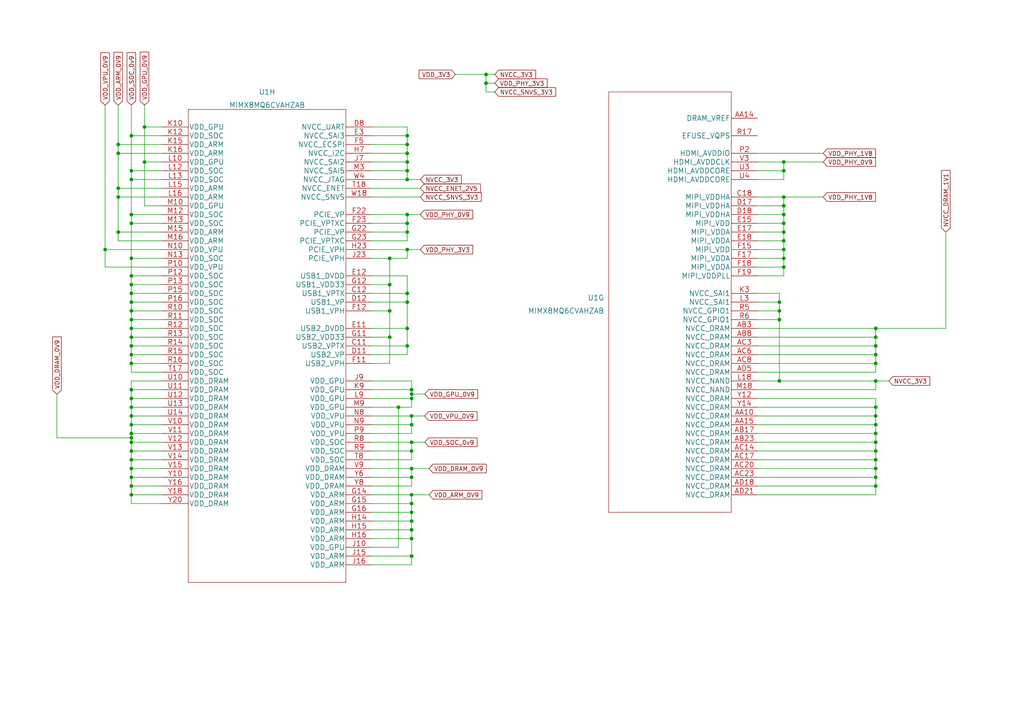
<source format=kicad_sch>
(kicad_sch (version 20230121) (generator eeschema)
  (paper "A4")
  (junction (at 38.1 140.97))
  (junction (at 34.29 57.15))
  (junction (at 38.1 127))
  (junction (at 113.03 82.55))
  (junction (at 38.1 95.25))
  (junction (at 226.06 90.17))
  (junction (at 119.38 151.13))
  (junction (at 38.1 120.65))
  (junction (at 118.11 67.31))
  (junction (at 119.38 113.03))
  (junction (at 38.1 80.01))
  (junction (at 119.38 156.21))
  (junction (at 119.38 120.65))
  (junction (at 119.38 115.57))
  (junction (at 118.11 46.99))
  (junction (at 38.1 92.71))
  (junction (at 118.11 52.07))
  (junction (at 38.1 90.17))
  (junction (at 254 123.19))
  (junction (at 115.57 118.11))
  (junction (at 254 120.65))
  (junction (at 113.03 74.93))
  (junction (at 119.38 146.05))
  (junction (at 30.48 72.39))
  (junction (at 34.29 41.91))
  (junction (at 38.1 64.77))
  (junction (at 254 135.89))
  (junction (at 38.1 130.81))
  (junction (at 119.38 161.29))
  (junction (at 227.33 62.23))
  (junction (at 41.91 46.99))
  (junction (at 38.1 85.09))
  (junction (at 38.1 52.07))
  (junction (at 254 118.11))
  (junction (at 118.11 85.09))
  (junction (at 38.1 39.37))
  (junction (at 118.11 62.23))
  (junction (at 113.03 90.17))
  (junction (at 254 140.97))
  (junction (at 226.06 110.49))
  (junction (at 119.38 123.19))
  (junction (at 227.33 59.69))
  (junction (at 254 105.41))
  (junction (at 38.1 100.33))
  (junction (at 227.33 72.39))
  (junction (at 38.1 115.57))
  (junction (at 254 125.73))
  (junction (at 113.03 97.79))
  (junction (at 118.11 95.25))
  (junction (at 254 130.81))
  (junction (at 119.38 148.59))
  (junction (at 34.29 67.31))
  (junction (at 226.06 92.71))
  (junction (at 118.11 39.37))
  (junction (at 38.1 97.79))
  (junction (at 140.97 24.13))
  (junction (at 118.11 41.91))
  (junction (at 227.33 46.99))
  (junction (at 119.38 143.51))
  (junction (at 227.33 67.31))
  (junction (at 38.1 135.89))
  (junction (at 119.38 138.43))
  (junction (at 119.38 130.81))
  (junction (at 118.11 72.39))
  (junction (at 226.06 87.63))
  (junction (at 38.1 138.43))
  (junction (at 38.1 118.11))
  (junction (at 38.1 143.51))
  (junction (at 254 138.43))
  (junction (at 38.1 62.23))
  (junction (at 38.1 123.19))
  (junction (at 227.33 69.85))
  (junction (at 254 100.33))
  (junction (at 38.1 133.35))
  (junction (at 119.38 114.3))
  (junction (at 254 95.25))
  (junction (at 119.38 135.89))
  (junction (at 227.33 57.15))
  (junction (at 118.11 49.53))
  (junction (at 41.91 36.83))
  (junction (at 118.11 100.33))
  (junction (at 227.33 77.47))
  (junction (at 38.1 113.03))
  (junction (at 38.1 87.63))
  (junction (at 119.38 153.67))
  (junction (at 38.1 128.27))
  (junction (at 227.33 74.93))
  (junction (at 38.1 102.87))
  (junction (at 254 110.49))
  (junction (at 118.11 64.77))
  (junction (at 34.29 54.61))
  (junction (at 254 102.87))
  (junction (at 227.33 49.53))
  (junction (at 118.11 87.63))
  (junction (at 38.1 49.53))
  (junction (at 254 128.27))
  (junction (at 38.1 125.73))
  (junction (at 140.97 21.59))
  (junction (at 38.1 105.41))
  (junction (at 34.29 44.45))
  (junction (at 254 133.35))
  (junction (at 227.33 64.77))
  (junction (at 38.1 82.55))
  (junction (at 38.1 74.93))
  (junction (at 118.11 44.45))
  (junction (at 254 97.79))
  (junction (at 119.38 128.27))
  (wire (pts (xy 219.71 64.77) (xy 227.33 64.77)))
  (wire (pts (xy 41.91 36.83) (xy 41.91 46.99)))
  (wire (pts (xy 46.99 115.57) (xy 38.1 115.57)))
  (wire (pts (xy 38.1 102.87) (xy 38.1 105.41)))
  (wire (pts (xy 107.95 62.23) (xy 118.11 62.23)))
  (wire (pts (xy 46.99 138.43) (xy 38.1 138.43)))
  (wire (pts (xy 119.38 120.65) (xy 123.19 120.65)))
  (wire (pts (xy 38.1 82.55) (xy 38.1 85.09)))
  (wire (pts (xy 107.95 158.75) (xy 115.57 158.75)))
  (wire (pts (xy 227.33 46.99) (xy 227.33 49.53)))
  (wire (pts (xy 16.51 127) (xy 38.1 127)))
  (wire (pts (xy 46.99 77.47) (xy 30.48 77.47)))
  (wire (pts (xy 38.1 80.01) (xy 38.1 82.55)))
  (wire (pts (xy 118.11 72.39) (xy 118.11 74.93)))
  (wire (pts (xy 254 110.49) (xy 226.06 110.49)))
  (wire (pts (xy 38.1 39.37) (xy 46.99 39.37)))
  (wire (pts (xy 219.71 62.23) (xy 227.33 62.23)))
  (wire (pts (xy 41.91 46.99) (xy 41.91 59.69)))
  (wire (pts (xy 140.97 24.13) (xy 140.97 26.67)))
  (wire (pts (xy 254 105.41) (xy 219.71 105.41)))
  (wire (pts (xy 226.06 87.63) (xy 226.06 90.17)))
  (wire (pts (xy 46.99 41.91) (xy 34.29 41.91)))
  (wire (pts (xy 254 115.57) (xy 219.71 115.57)))
  (wire (pts (xy 227.33 62.23) (xy 227.33 64.77)))
  (wire (pts (xy 219.71 90.17) (xy 226.06 90.17)))
  (wire (pts (xy 46.99 87.63) (xy 38.1 87.63)))
  (wire (pts (xy 219.71 57.15) (xy 227.33 57.15)))
  (wire (pts (xy 113.03 74.93) (xy 107.95 74.93)))
  (wire (pts (xy 38.1 62.23) (xy 38.1 64.77)))
  (wire (pts (xy 34.29 44.45) (xy 34.29 54.61)))
  (wire (pts (xy 38.1 90.17) (xy 38.1 92.71)))
  (wire (pts (xy 113.03 90.17) (xy 113.03 97.79)))
  (wire (pts (xy 219.71 49.53) (xy 227.33 49.53)))
  (wire (pts (xy 107.95 54.61) (xy 121.92 54.61)))
  (wire (pts (xy 119.38 128.27) (xy 123.19 128.27)))
  (wire (pts (xy 119.38 163.83) (xy 107.95 163.83)))
  (wire (pts (xy 227.33 72.39) (xy 227.33 74.93)))
  (wire (pts (xy 118.11 46.99) (xy 118.11 49.53)))
  (wire (pts (xy 118.11 69.85) (xy 118.11 67.31)))
  (wire (pts (xy 46.99 120.65) (xy 38.1 120.65)))
  (wire (pts (xy 46.99 123.19) (xy 38.1 123.19)))
  (wire (pts (xy 140.97 26.67) (xy 143.51 26.67)))
  (wire (pts (xy 107.95 87.63) (xy 118.11 87.63)))
  (wire (pts (xy 46.99 125.73) (xy 38.1 125.73)))
  (wire (pts (xy 219.71 92.71) (xy 226.06 92.71)))
  (wire (pts (xy 107.95 100.33) (xy 118.11 100.33)))
  (wire (pts (xy 119.38 113.03) (xy 119.38 110.49)))
  (wire (pts (xy 226.06 92.71) (xy 226.06 110.49)))
  (wire (pts (xy 107.95 120.65) (xy 119.38 120.65)))
  (wire (pts (xy 254 113.03) (xy 219.71 113.03)))
  (wire (pts (xy 107.95 82.55) (xy 113.03 82.55)))
  (wire (pts (xy 118.11 87.63) (xy 118.11 95.25)))
  (wire (pts (xy 118.11 62.23) (xy 121.92 62.23)))
  (wire (pts (xy 46.99 57.15) (xy 34.29 57.15)))
  (wire (pts (xy 46.99 64.77) (xy 38.1 64.77)))
  (wire (pts (xy 219.71 87.63) (xy 226.06 87.63)))
  (wire (pts (xy 46.99 133.35) (xy 38.1 133.35)))
  (wire (pts (xy 46.99 118.11) (xy 38.1 118.11)))
  (wire (pts (xy 254 115.57) (xy 254 118.11)))
  (wire (pts (xy 119.38 114.3) (xy 123.19 114.3)))
  (wire (pts (xy 46.99 44.45) (xy 34.29 44.45)))
  (wire (pts (xy 38.1 87.63) (xy 38.1 90.17)))
  (wire (pts (xy 118.11 72.39) (xy 121.92 72.39)))
  (wire (pts (xy 254 118.11) (xy 254 120.65)))
  (wire (pts (xy 38.1 85.09) (xy 38.1 87.63)))
  (wire (pts (xy 38.1 128.27) (xy 38.1 130.81)))
  (wire (pts (xy 113.03 74.93) (xy 113.03 82.55)))
  (wire (pts (xy 254 130.81) (xy 254 133.35)))
  (wire (pts (xy 254 110.49) (xy 254 113.03)))
  (wire (pts (xy 254 102.87) (xy 219.71 102.87)))
  (wire (pts (xy 107.95 67.31) (xy 118.11 67.31)))
  (wire (pts (xy 46.99 69.85) (xy 34.29 69.85)))
  (wire (pts (xy 119.38 148.59) (xy 119.38 151.13)))
  (wire (pts (xy 254 128.27) (xy 254 130.81)))
  (wire (pts (xy 118.11 44.45) (xy 118.11 46.99)))
  (wire (pts (xy 226.06 85.09) (xy 226.06 87.63)))
  (wire (pts (xy 118.11 74.93) (xy 113.03 74.93)))
  (wire (pts (xy 254 138.43) (xy 219.71 138.43)))
  (wire (pts (xy 34.29 67.31) (xy 34.29 69.85)))
  (wire (pts (xy 107.95 105.41) (xy 113.03 105.41)))
  (wire (pts (xy 143.51 24.13) (xy 140.97 24.13)))
  (wire (pts (xy 107.95 57.15) (xy 121.92 57.15)))
  (wire (pts (xy 119.38 135.89) (xy 119.38 138.43)))
  (wire (pts (xy 46.99 59.69) (xy 41.91 59.69)))
  (wire (pts (xy 254 105.41) (xy 254 107.95)))
  (wire (pts (xy 219.71 69.85) (xy 227.33 69.85)))
  (wire (pts (xy 38.1 80.01) (xy 46.99 80.01)))
  (wire (pts (xy 46.99 74.93) (xy 38.1 74.93)))
  (wire (pts (xy 219.71 95.25) (xy 254 95.25)))
  (wire (pts (xy 107.95 90.17) (xy 113.03 90.17)))
  (wire (pts (xy 274.32 95.25) (xy 254 95.25)))
  (wire (pts (xy 227.33 59.69) (xy 227.33 62.23)))
  (wire (pts (xy 119.38 125.73) (xy 107.95 125.73)))
  (wire (pts (xy 107.95 80.01) (xy 118.11 80.01)))
  (wire (pts (xy 46.99 97.79) (xy 38.1 97.79)))
  (wire (pts (xy 38.1 115.57) (xy 38.1 118.11)))
  (wire (pts (xy 113.03 105.41) (xy 113.03 97.79)))
  (wire (pts (xy 227.33 69.85) (xy 227.33 72.39)))
  (wire (pts (xy 254 138.43) (xy 254 140.97)))
  (wire (pts (xy 227.33 67.31) (xy 227.33 69.85)))
  (wire (pts (xy 38.1 143.51) (xy 38.1 146.05)))
  (wire (pts (xy 38.1 125.73) (xy 38.1 127)))
  (wire (pts (xy 30.48 77.47) (xy 30.48 72.39)))
  (wire (pts (xy 38.1 52.07) (xy 38.1 62.23)))
  (wire (pts (xy 254 97.79) (xy 254 100.33)))
  (wire (pts (xy 254 125.73) (xy 254 128.27)))
  (wire (pts (xy 254 120.65) (xy 254 123.19)))
  (wire (pts (xy 107.95 36.83) (xy 118.11 36.83)))
  (wire (pts (xy 132.08 21.59) (xy 140.97 21.59)))
  (wire (pts (xy 46.99 92.71) (xy 38.1 92.71)))
  (wire (pts (xy 254 128.27) (xy 219.71 128.27)))
  (wire (pts (xy 254 102.87) (xy 254 105.41)))
  (wire (pts (xy 107.95 49.53) (xy 118.11 49.53)))
  (wire (pts (xy 16.51 114.3) (xy 16.51 127)))
  (wire (pts (xy 107.95 140.97) (xy 119.38 140.97)))
  (wire (pts (xy 107.95 64.77) (xy 118.11 64.77)))
  (wire (pts (xy 46.99 107.95) (xy 38.1 107.95)))
  (wire (pts (xy 34.29 41.91) (xy 34.29 44.45)))
  (wire (pts (xy 119.38 161.29) (xy 119.38 163.83)))
  (wire (pts (xy 119.38 123.19) (xy 119.38 125.73)))
  (wire (pts (xy 254 123.19) (xy 254 125.73)))
  (wire (pts (xy 107.95 161.29) (xy 119.38 161.29)))
  (wire (pts (xy 118.11 39.37) (xy 118.11 41.91)))
  (wire (pts (xy 38.1 110.49) (xy 38.1 113.03)))
  (wire (pts (xy 227.33 64.77) (xy 227.33 67.31)))
  (wire (pts (xy 254 133.35) (xy 254 135.89)))
  (wire (pts (xy 46.99 54.61) (xy 34.29 54.61)))
  (wire (pts (xy 38.1 140.97) (xy 38.1 143.51)))
  (wire (pts (xy 118.11 80.01) (xy 118.11 85.09)))
  (wire (pts (xy 115.57 158.75) (xy 115.57 118.11)))
  (wire (pts (xy 107.95 97.79) (xy 113.03 97.79)))
  (wire (pts (xy 227.33 77.47) (xy 227.33 80.01)))
  (wire (pts (xy 38.1 120.65) (xy 38.1 123.19)))
  (wire (pts (xy 38.1 30.48) (xy 38.1 39.37)))
  (wire (pts (xy 254 97.79) (xy 219.71 97.79)))
  (wire (pts (xy 107.95 128.27) (xy 119.38 128.27)))
  (wire (pts (xy 254 135.89) (xy 219.71 135.89)))
  (wire (pts (xy 119.38 120.65) (xy 119.38 123.19)))
  (wire (pts (xy 38.1 118.11) (xy 38.1 120.65)))
  (wire (pts (xy 107.95 148.59) (xy 119.38 148.59)))
  (wire (pts (xy 115.57 118.11) (xy 119.38 118.11)))
  (wire (pts (xy 119.38 138.43) (xy 119.38 140.97)))
  (wire (pts (xy 46.99 105.41) (xy 38.1 105.41)))
  (wire (pts (xy 254 107.95) (xy 219.71 107.95)))
  (wire (pts (xy 118.11 49.53) (xy 118.11 52.07)))
  (wire (pts (xy 219.71 77.47) (xy 227.33 77.47)))
  (wire (pts (xy 107.95 146.05) (xy 119.38 146.05)))
  (wire (pts (xy 118.11 102.87) (xy 118.11 100.33)))
  (wire (pts (xy 219.71 67.31) (xy 227.33 67.31)))
  (wire (pts (xy 46.99 110.49) (xy 38.1 110.49)))
  (wire (pts (xy 46.99 72.39) (xy 30.48 72.39)))
  (wire (pts (xy 46.99 140.97) (xy 38.1 140.97)))
  (wire (pts (xy 140.97 24.13) (xy 140.97 21.59)))
  (wire (pts (xy 107.95 46.99) (xy 118.11 46.99)))
  (wire (pts (xy 254 110.49) (xy 257.81 110.49)))
  (wire (pts (xy 107.95 151.13) (xy 119.38 151.13)))
  (wire (pts (xy 30.48 30.48) (xy 30.48 72.39)))
  (wire (pts (xy 107.95 156.21) (xy 119.38 156.21)))
  (wire (pts (xy 38.1 97.79) (xy 38.1 100.33)))
  (wire (pts (xy 254 120.65) (xy 219.71 120.65)))
  (wire (pts (xy 219.71 74.93) (xy 227.33 74.93)))
  (wire (pts (xy 38.1 135.89) (xy 38.1 138.43)))
  (wire (pts (xy 254 125.73) (xy 219.71 125.73)))
  (wire (pts (xy 107.95 39.37) (xy 118.11 39.37)))
  (wire (pts (xy 254 140.97) (xy 219.71 140.97)))
  (wire (pts (xy 254 100.33) (xy 254 102.87)))
  (wire (pts (xy 227.33 52.07) (xy 219.71 52.07)))
  (wire (pts (xy 107.95 143.51) (xy 119.38 143.51)))
  (wire (pts (xy 34.29 54.61) (xy 34.29 57.15)))
  (wire (pts (xy 219.71 85.09) (xy 226.06 85.09)))
  (wire (pts (xy 107.95 95.25) (xy 118.11 95.25)))
  (wire (pts (xy 46.99 62.23) (xy 38.1 62.23)))
  (wire (pts (xy 119.38 146.05) (xy 119.38 148.59)))
  (wire (pts (xy 107.95 118.11) (xy 115.57 118.11)))
  (wire (pts (xy 46.99 67.31) (xy 34.29 67.31)))
  (wire (pts (xy 274.32 67.31) (xy 274.32 95.25)))
  (wire (pts (xy 119.38 110.49) (xy 107.95 110.49)))
  (wire (pts (xy 38.1 127) (xy 38.1 128.27)))
  (wire (pts (xy 254 118.11) (xy 219.71 118.11)))
  (wire (pts (xy 119.38 135.89) (xy 124.46 135.89)))
  (wire (pts (xy 254 135.89) (xy 254 138.43)))
  (wire (pts (xy 119.38 114.3) (xy 119.38 113.03)))
  (wire (pts (xy 46.99 85.09) (xy 38.1 85.09)))
  (wire (pts (xy 254 100.33) (xy 219.71 100.33)))
  (wire (pts (xy 46.99 143.51) (xy 38.1 143.51)))
  (wire (pts (xy 227.33 46.99) (xy 238.76 46.99)))
  (wire (pts (xy 118.11 67.31) (xy 118.11 64.77)))
  (wire (pts (xy 46.99 90.17) (xy 38.1 90.17)))
  (wire (pts (xy 227.33 74.93) (xy 227.33 77.47)))
  (wire (pts (xy 107.95 153.67) (xy 119.38 153.67)))
  (wire (pts (xy 254 95.25) (xy 254 97.79)))
  (wire (pts (xy 38.1 95.25) (xy 38.1 97.79)))
  (wire (pts (xy 46.99 100.33) (xy 38.1 100.33)))
  (wire (pts (xy 46.99 49.53) (xy 38.1 49.53)))
  (wire (pts (xy 107.95 85.09) (xy 118.11 85.09)))
  (wire (pts (xy 38.1 130.81) (xy 38.1 133.35)))
  (wire (pts (xy 119.38 133.35) (xy 107.95 133.35)))
  (wire (pts (xy 38.1 105.41) (xy 38.1 107.95)))
  (wire (pts (xy 254 123.19) (xy 219.71 123.19)))
  (wire (pts (xy 41.91 30.48) (xy 41.91 36.83)))
  (wire (pts (xy 107.95 52.07) (xy 118.11 52.07)))
  (wire (pts (xy 107.95 72.39) (xy 118.11 72.39)))
  (wire (pts (xy 107.95 130.81) (xy 119.38 130.81)))
  (wire (pts (xy 254 140.97) (xy 254 143.51)))
  (wire (pts (xy 119.38 156.21) (xy 119.38 161.29)))
  (wire (pts (xy 34.29 30.48) (xy 34.29 41.91)))
  (wire (pts (xy 107.95 41.91) (xy 118.11 41.91)))
  (wire (pts (xy 38.1 146.05) (xy 46.99 146.05)))
  (wire (pts (xy 38.1 64.77) (xy 38.1 74.93)))
  (wire (pts (xy 107.95 138.43) (xy 119.38 138.43)))
  (wire (pts (xy 254 133.35) (xy 219.71 133.35)))
  (wire (pts (xy 219.71 44.45) (xy 238.76 44.45)))
  (wire (pts (xy 107.95 123.19) (xy 119.38 123.19)))
  (wire (pts (xy 107.95 135.89) (xy 119.38 135.89)))
  (wire (pts (xy 140.97 21.59) (xy 143.51 21.59)))
  (wire (pts (xy 38.1 113.03) (xy 38.1 115.57)))
  (wire (pts (xy 118.11 85.09) (xy 118.11 87.63)))
  (wire (pts (xy 226.06 110.49) (xy 219.71 110.49)))
  (wire (pts (xy 107.95 69.85) (xy 118.11 69.85)))
  (wire (pts (xy 107.95 113.03) (xy 119.38 113.03)))
  (wire (pts (xy 227.33 57.15) (xy 238.76 57.15)))
  (wire (pts (xy 38.1 92.71) (xy 38.1 95.25)))
  (wire (pts (xy 38.1 49.53) (xy 38.1 52.07)))
  (wire (pts (xy 107.95 102.87) (xy 118.11 102.87)))
  (wire (pts (xy 46.99 113.03) (xy 38.1 113.03)))
  (wire (pts (xy 227.33 49.53) (xy 227.33 52.07)))
  (wire (pts (xy 119.38 153.67) (xy 119.38 156.21)))
  (wire (pts (xy 46.99 36.83) (xy 41.91 36.83)))
  (wire (pts (xy 119.38 143.51) (xy 119.38 146.05)))
  (wire (pts (xy 119.38 130.81) (xy 119.38 133.35)))
  (wire (pts (xy 46.99 82.55) (xy 38.1 82.55)))
  (wire (pts (xy 46.99 128.27) (xy 38.1 128.27)))
  (wire (pts (xy 113.03 82.55) (xy 113.03 90.17)))
  (wire (pts (xy 38.1 39.37) (xy 38.1 49.53)))
  (wire (pts (xy 119.38 118.11) (xy 119.38 115.57)))
  (wire (pts (xy 46.99 52.07) (xy 38.1 52.07)))
  (wire (pts (xy 254 130.81) (xy 219.71 130.81)))
  (wire (pts (xy 254 143.51) (xy 219.71 143.51)))
  (wire (pts (xy 119.38 128.27) (xy 119.38 130.81)))
  (wire (pts (xy 46.99 130.81) (xy 38.1 130.81)))
  (wire (pts (xy 226.06 90.17) (xy 226.06 92.71)))
  (wire (pts (xy 119.38 115.57) (xy 119.38 114.3)))
  (wire (pts (xy 34.29 57.15) (xy 34.29 67.31)))
  (wire (pts (xy 38.1 74.93) (xy 38.1 80.01)))
  (wire (pts (xy 119.38 151.13) (xy 119.38 153.67)))
  (wire (pts (xy 118.11 41.91) (xy 118.11 44.45)))
  (wire (pts (xy 118.11 100.33) (xy 118.11 95.25)))
  (wire (pts (xy 219.71 59.69) (xy 227.33 59.69)))
  (wire (pts (xy 227.33 80.01) (xy 219.71 80.01)))
  (wire (pts (xy 38.1 100.33) (xy 38.1 102.87)))
  (wire (pts (xy 219.71 46.99) (xy 227.33 46.99)))
  (wire (pts (xy 119.38 143.51) (xy 124.46 143.51)))
  (wire (pts (xy 107.95 44.45) (xy 118.11 44.45)))
  (wire (pts (xy 118.11 36.83) (xy 118.11 39.37)))
  (wire (pts (xy 227.33 57.15) (xy 227.33 59.69)))
  (wire (pts (xy 46.99 102.87) (xy 38.1 102.87)))
  (wire (pts (xy 219.71 72.39) (xy 227.33 72.39)))
  (wire (pts (xy 46.99 46.99) (xy 41.91 46.99)))
  (wire (pts (xy 107.95 115.57) (xy 119.38 115.57)))
  (wire (pts (xy 118.11 52.07) (xy 121.92 52.07)))
  (wire (pts (xy 118.11 64.77) (xy 118.11 62.23)))
  (wire (pts (xy 46.99 135.89) (xy 38.1 135.89)))
  (wire (pts (xy 38.1 133.35) (xy 38.1 135.89)))
  (wire (pts (xy 38.1 123.19) (xy 38.1 125.73)))
  (wire (pts (xy 38.1 138.43) (xy 38.1 140.97)))
  (wire (pts (xy 46.99 95.25) (xy 38.1 95.25)))
  (global_label "VDD_PHY_1V8" (shape input) (at 238.76 44.45 0) (property "Intersheetrefs" "${INTERSHEET_REFS}" (effects hide)))
  (global_label "VDD_SOC_0v9" (shape input) (at 38.1 30.48 90) (property "Intersheetrefs" "${INTERSHEET_REFS}" (effects hide)))
  (global_label "VDD_GPU_0V9" (shape input) (at 123.19 114.3 0) (property "Intersheetrefs" "${INTERSHEET_REFS}" (effects hide)))
  (global_label "VDD_PHY_0V9" (shape input) (at 238.76 46.99 0) (property "Intersheetrefs" "${INTERSHEET_REFS}" (effects hide)))
  (global_label "NVCC_SNVS_3V3" (shape input) (at 121.92 57.15 0) (property "Intersheetrefs" "${INTERSHEET_REFS}" (effects hide)))
  (global_label "VDD_DRAM_0V9" (shape input) (at 16.51 114.3 90) (property "Intersheetrefs" "${INTERSHEET_REFS}" (effects hide)))
  (global_label "VDD_DRAM_0V9" (shape input) (at 124.46 135.89 0) (property "Intersheetrefs" "${INTERSHEET_REFS}" (effects hide)))
  (global_label "NVCC_3V3" (shape input) (at 121.92 52.07 0) (property "Intersheetrefs" "${INTERSHEET_REFS}" (effects hide)))
  (global_label "VDD_SOC_0v9" (shape input) (at 123.19 128.27 0) (property "Intersheetrefs" "${INTERSHEET_REFS}" (effects hide)))
  (global_label "VDD_VPU_0V9" (shape input) (at 123.19 120.65 0) (property "Intersheetrefs" "${INTERSHEET_REFS}" (effects hide)))
  (global_label "VDD_3V3" (shape input) (at 132.08 21.59 180) (property "Intersheetrefs" "${INTERSHEET_REFS}" (effects hide)))
  (global_label "NVCC_3V3" (shape input) (at 257.81 110.49 0) (property "Intersheetrefs" "${INTERSHEET_REFS}" (effects hide)))
  (global_label "VDD_ARM_0V9" (shape input) (at 124.46 143.51 0) (property "Intersheetrefs" "${INTERSHEET_REFS}" (effects hide)))
  (global_label "VDD_GPU_0V9" (shape input) (at 41.91 30.48 90) (property "Intersheetrefs" "${INTERSHEET_REFS}" (effects hide)))
  (global_label "VDD_PHY_3V3" (shape input) (at 121.92 72.39 0) (property "Intersheetrefs" "${INTERSHEET_REFS}" (effects hide)))
  (global_label "NVCC_SNVS_3V3" (shape input) (at 143.51 26.67 0) (property "Intersheetrefs" "${INTERSHEET_REFS}" (effects hide)))
  (global_label "VDD_ARM_0V9" (shape input) (at 34.29 30.48 90) (property "Intersheetrefs" "${INTERSHEET_REFS}" (effects hide)))
  (global_label "VDD_PHY_1V8" (shape input) (at 238.76 57.15 0) (property "Intersheetrefs" "${INTERSHEET_REFS}" (effects hide)))
  (global_label "NVCC_ENET_2V5" (shape input) (at 121.92 54.61 0) (property "Intersheetrefs" "${INTERSHEET_REFS}" (effects hide)))
  (global_label "NVCC_DRAM_1V1" (shape input) (at 274.32 67.31 90) (property "Intersheetrefs" "${INTERSHEET_REFS}" (effects hide)))
  (global_label "NVCC_3V3" (shape input) (at 143.51 21.59 0) (property "Intersheetrefs" "${INTERSHEET_REFS}" (effects hide)))
  (global_label "VDD_VPU_0V9" (shape input) (at 30.48 30.48 90) (property "Intersheetrefs" "${INTERSHEET_REFS}" (effects hide)))
  (global_label "VDD_PHY_0V9" (shape input) (at 121.92 62.23 0) (property "Intersheetrefs" "${INTERSHEET_REFS}" (effects hide)))
  (global_label "VDD_PHY_3V3" (shape input) (at 143.51 24.13 0) (property "Intersheetrefs" "${INTERSHEET_REFS}" (effects hide)))
  (symbol (lib_id "_MIMX8MQ6CVAHZAB:MIMX8MQ6CVAHZAB") (at 219.71 34.29 0) (mirror y) (unit 7)
    (property "Reference" "U1" (at 175.26 86.36 0) (effects (font (size 1.524 1.524)) (justify left)))
    (property "Value" "MIMX8MQ6CVAHZAB" (at 175.26 90.17 0) (effects (font (size 1.524 1.524)) (justify left)))
    (property "Footprint" "IMX8MQ_footprints:MIMX8MQ6CVAHZAB" (effects hide))
  )
  (symbol (lib_id "_MIMX8MQ6CVAHZAB:MIMX8MQ6CVAHZAB") (at 107.95 36.83 0) (mirror y) (unit 8)
    (property "Reference" "U1" (at 77.47 26.67 0) (effects (font (size 1.524 1.524))))
    (property "Value" "MIMX8MQ6CVAHZAB" (at 77.47 30.48 0) (effects (font (size 1.524 1.524))))
    (property "Footprint" "IMX8MQ_footprints:MIMX8MQ6CVAHZAB" (effects hide))
  )
)
</source>
